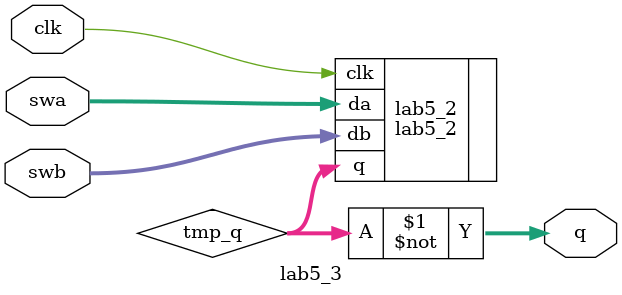
<source format=sv>
module lab5_3 (
	input wire clk,
	input wire [3:0] swa,
	input wire [3:0] swb,
    
	output reg [7:0] q);

	reg [7:0] tmp_q;
	
	lab5_2 #(
		.DATA_WIDTH(4)
		) lab5_2 (
		.clk(clk),
		.da(swa),
		.db(swb),
		.q(tmp_q)
		);
		
	assign q = ~tmp_q;

endmodule

</source>
